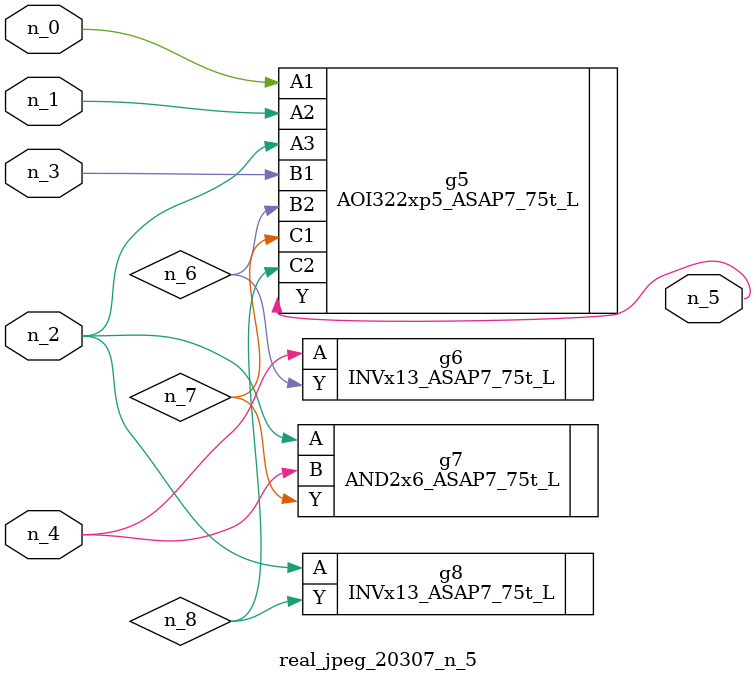
<source format=v>
module real_jpeg_20307_n_5 (n_4, n_0, n_1, n_2, n_3, n_5);

input n_4;
input n_0;
input n_1;
input n_2;
input n_3;

output n_5;

wire n_8;
wire n_6;
wire n_7;

AOI322xp5_ASAP7_75t_L g5 ( 
.A1(n_0),
.A2(n_1),
.A3(n_2),
.B1(n_3),
.B2(n_6),
.C1(n_7),
.C2(n_8),
.Y(n_5)
);

AND2x6_ASAP7_75t_L g7 ( 
.A(n_2),
.B(n_4),
.Y(n_7)
);

INVx13_ASAP7_75t_L g8 ( 
.A(n_2),
.Y(n_8)
);

INVx13_ASAP7_75t_L g6 ( 
.A(n_4),
.Y(n_6)
);


endmodule
</source>
